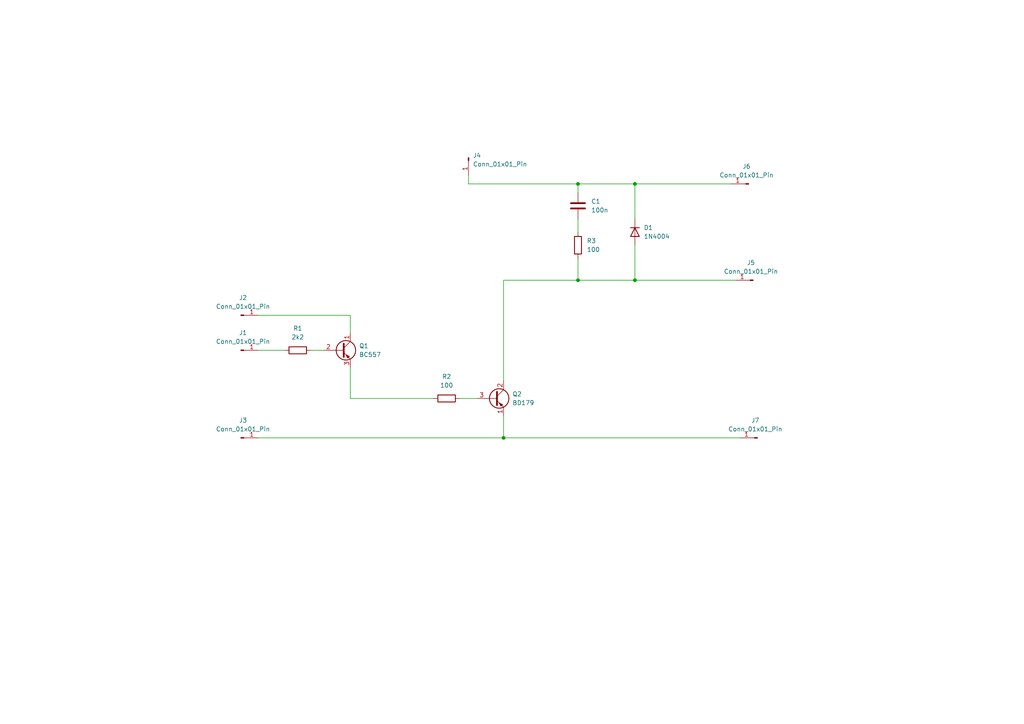
<source format=kicad_sch>
(kicad_sch (version 20250114) (generator "eeschema") (generator_version "9.0")
  (paper "A4")
  (lib_symbols
    (symbol "Connector:Conn_01x01_Pin" (pin_names (offset 1.016) (hide yes))
      (property "Reference" "J" (at 0 2.54 0))
      (property "Value" "Conn_01x01_Pin" (at 0 -2.54 0))
      (symbol "Conn_01x01_Pin_1_1"
        (rectangle (start 0.8636 0.127) (end 0 -0.127) (stroke (width 0.1524)) (fill (type outline)))
        (polyline (pts (xy 1.27 0) (xy 0.8636 0)) (stroke (width 0.1524)))
        (pin passive line (at 5.08 0 180) (length 3.81) (name "Pin_1") (number "1"))
      )
    )
    (symbol "Device:C" (pin_numbers (hide yes)) (pin_names (offset 0.254))
      (property "Reference" "C" (at 0.635 2.54 0))
      (property "Value" "C" (at 0.635 -2.54 0))
      (symbol "C_0_1"
        (polyline (pts (xy -2.032 0.762) (xy 2.032 0.762)) (stroke (width 0.508)))
        (polyline (pts (xy -2.032 -0.762) (xy 2.032 -0.762)) (stroke (width 0.508)))
      )
      (symbol "C_1_1"
        (pin passive line (at 0 3.81 270) (length 2.794) (name "~") (number "1"))
        (pin passive line (at 0 -3.81 90) (length 2.794) (name "~") (number "2"))
      )
    )
    (symbol "Device:R" (pin_numbers (hide yes)) (pin_names (offset 0))
      (property "Reference" "R" (at 2.032 0 90))
      (property "Value" "R" (at 0 0 90))
      (symbol "R_0_1"
        (rectangle (start -1.016 -2.54) (end 1.016 2.54) (stroke (width 0.254)))
      )
      (symbol "R_1_1"
        (pin passive line (at 0 3.81 270) (length 1.27) (name "~") (number "1"))
        (pin passive line (at 0 -3.81 90) (length 1.27) (name "~") (number "2"))
      )
    )
    (symbol "Diode:1N4004" (pin_numbers (hide yes)) (pin_names (hide yes))
      (property "Reference" "D" (at 0 2.54 0))
      (property "Value" "1N4004" (at 0 -2.54 0))
      (symbol "1N4004_0_1"
        (polyline (pts (xy -1.27 1.27) (xy -1.27 -1.27)) (stroke (width 0.254)))
        (polyline (pts (xy 1.27 1.27) (xy 1.27 -1.27) (xy -1.27 0) (xy 1.27 1.27)) (stroke (width 0.254)))
        (polyline (pts (xy 1.27 0) (xy -1.27 0)))
      )
      (symbol "1N4004_1_1"
        (pin passive line (at -3.81 0 0) (length 2.54) (name "K") (number "1"))
        (pin passive line (at 3.81 0 180) (length 2.54) (name "A") (number "2"))
      )
    )
    (symbol "Transistor_BJT:BC557" (pin_names (offset 0) (hide yes))
      (property "Reference" "Q" (at 5.08 1.905 0))
      (property "Value" "BC557" (at 5.08 0 0))
      (symbol "BC557_0_1"
        (polyline (pts (xy -2.54 0) (xy 0.635 0)))
        (polyline (pts (xy 0.635 1.905) (xy 0.635 -1.905)) (stroke (width 0.508)))
        (polyline (pts (xy 0.635 0.635) (xy 2.54 2.54)))
        (polyline (pts (xy 0.635 -0.635) (xy 2.54 -2.54)))
        (circle (center 1.27 0) (radius 2.8194) (stroke (width 0.254)))
        (polyline (pts (xy 2.286 -1.778) (xy 1.778 -2.286) (xy 1.27 -1.27) (xy 2.286 -1.778)) (fill (type outline)))
      )
      (symbol "BC557_1_1"
        (pin input line (at -5.08 0 0) (length 2.54) (name "B") (number "2"))
        (pin passive line (at 2.54 5.08 270) (length 2.54) (name "C") (number "1"))
        (pin passive line (at 2.54 -5.08 90) (length 2.54) (name "E") (number "3"))
      )
    )
    (symbol "Transistor_BJT:BD138" (pin_names (offset 0) (hide yes))
      (property "Reference" "Q" (at 5.08 1.905 0))
      (property "Value" "BD138" (at 5.08 0 0))
      (symbol "BD138_0_1"
        (polyline (pts (xy -2.54 0) (xy 0.635 0)))
        (polyline (pts (xy 0.635 1.905) (xy 0.635 -1.905)) (stroke (width 0.508)))
        (polyline (pts (xy 0.635 0.635) (xy 2.54 2.54)))
        (polyline (pts (xy 0.635 -0.635) (xy 2.54 -2.54)))
        (circle (center 1.27 0) (radius 2.8194) (stroke (width 0.254)))
        (polyline (pts (xy 2.286 -1.778) (xy 1.778 -2.286) (xy 1.27 -1.27) (xy 2.286 -1.778)) (fill (type outline)))
      )
      (symbol "BD138_1_1"
        (pin input line (at -5.08 0 0) (length 2.54) (name "B") (number "3"))
        (pin passive line (at 2.54 5.08 270) (length 2.54) (name "C") (number "2"))
        (pin passive line (at 2.54 -5.08 90) (length 2.54) (name "E") (number "1"))
      )
    )
  )
  (junction (at 146.05 127))
  (junction (at 184.15 53.34))
  (junction (at 184.15 81.28))
  (junction (at 167.64 53.34))
  (junction (at 167.64 81.28))
  (wire (pts (xy 167.64 63.5) (xy 167.64 67.31)))
  (wire (pts (xy 146.05 127) (xy 214.63 127)))
  (wire (pts (xy 74.93 91.44) (xy 101.6 91.44)))
  (wire (pts (xy 184.15 53.34) (xy 184.15 63.5)))
  (wire (pts (xy 184.15 53.34) (xy 212.09 53.34)))
  (wire (pts (xy 101.6 106.68) (xy 101.6 115.57)))
  (wire (pts (xy 146.05 110.49) (xy 146.05 81.28)))
  (wire (pts (xy 184.15 71.12) (xy 184.15 81.28)))
  (wire (pts (xy 167.64 53.34) (xy 184.15 53.34)))
  (wire (pts (xy 74.93 127) (xy 146.05 127)))
  (wire (pts (xy 167.64 55.88) (xy 167.64 53.34)))
  (wire (pts (xy 146.05 127) (xy 146.05 120.65)))
  (wire (pts (xy 90.17 101.6) (xy 93.98 101.6)))
  (wire (pts (xy 74.93 101.6) (xy 82.55 101.6)))
  (wire (pts (xy 167.64 74.93) (xy 167.64 81.28)))
  (wire (pts (xy 101.6 115.57) (xy 125.73 115.57)))
  (wire (pts (xy 167.64 81.28) (xy 184.15 81.28)))
  (wire (pts (xy 135.89 53.34) (xy 167.64 53.34)))
  (wire (pts (xy 135.89 53.34) (xy 135.89 50.8)))
  (wire (pts (xy 133.35 115.57) (xy 138.43 115.57)))
  (wire (pts (xy 146.05 81.28) (xy 167.64 81.28)))
  (wire (pts (xy 101.6 91.44) (xy 101.6 96.52)))
  (wire (pts (xy 184.15 81.28) (xy 213.36 81.28)))
  (symbol (lib_id "Connector:Conn_01x01_Pin") (at 135.89 45.72 270) (unit 1)
    (property "Reference" "J4" (at 137.16 45.0849 90) (effects (justify left)))
    (property "Value" "Conn_01x01_Pin" (at 137.16 47.6249 90) (effects (justify left)))
    (property "Description" "Generic connector, single row, 01x01, script generated" (effects (hide yes)))
  )
  (symbol (lib_id "Transistor_BJT:BD138") (at 143.51 115.57 0) (unit 1)
    (property "Reference" "Q2" (at 148.59 114.2999 0) (effects (justify left)))
    (property "Value" "BD179" (at 148.59 116.8399 0) (effects (justify left)))
    (property "Footprint" "Package_TO_SOT_THT:TO-126-3_Vertical" (effects (hide yes)))
    (property "Datasheet" "http://www.st.com/internet/com/TECHNICAL_RESOURCES/TECHNICAL_LITERATURE/DATASHEET/CD00001225.pdf" (effects (hide yes)))
    (property "Description" "1.5A Ic, 60V Vce, Low Voltage Transistor, TO-126" (effects (hide yes)))
  )
  (symbol (lib_id "Connector:Conn_01x01_Pin") (at 69.85 91.44 0) (unit 1)
    (property "Reference" "J2" (at 70.485 86.36 0))
    (property "Value" "Conn_01x01_Pin" (at 70.485 88.9 0))
    (property "Description" "Generic connector, single row, 01x01, script generated" (effects (hide yes)))
  )
  (symbol (lib_id "Connector:Conn_01x01_Pin") (at 219.71 127 180) (unit 1)
    (property "Reference" "J7" (at 219.075 121.92 0))
    (property "Value" "Conn_01x01_Pin" (at 219.075 124.46 0))
    (property "Description" "Generic connector, single row, 01x01, script generated" (effects (hide yes)))
  )
  (symbol (lib_id "Connector:Conn_01x01_Pin") (at 217.17 53.34 180) (unit 1)
    (property "Reference" "J6" (at 216.535 48.26 0))
    (property "Value" "Conn_01x01_Pin" (at 216.535 50.8 0))
    (property "Description" "Generic connector, single row, 01x01, script generated" (effects (hide yes)))
  )
  (symbol (lib_id "Connector:Conn_01x01_Pin") (at 69.85 127 0) (unit 1)
    (property "Reference" "J3" (at 70.485 121.92 0))
    (property "Value" "Conn_01x01_Pin" (at 70.485 124.46 0))
    (property "Description" "Generic connector, single row, 01x01, script generated" (effects (hide yes)))
  )
  (symbol (lib_id "Device:R") (at 86.36 101.6 90) (unit 1)
    (property "Reference" "R1" (at 86.36 95.25 90))
    (property "Value" "2k2" (at 86.36 97.79 90))
    (property "Description" "Resistor" (effects (hide yes)))
  )
  (symbol (lib_id "Device:R") (at 129.54 115.57 90) (unit 1)
    (property "Reference" "R2" (at 129.54 109.22 90))
    (property "Value" "100" (at 129.54 111.76 90))
    (property "Description" "Resistor" (effects (hide yes)))
  )
  (symbol (lib_id "Connector:Conn_01x01_Pin") (at 69.85 101.6 0) (unit 1)
    (property "Reference" "J1" (at 70.485 96.52 0))
    (property "Value" "Conn_01x01_Pin" (at 70.485 99.06 0))
    (property "Description" "Generic connector, single row, 01x01, script generated" (effects (hide yes)))
  )
  (symbol (lib_id "Transistor_BJT:BC557") (at 99.06 101.6 0) (unit 1)
    (property "Reference" "Q1" (at 104.14 100.3299 0) (effects (justify left)))
    (property "Value" "BC557" (at 104.14 102.8699 0) (effects (justify left)))
    (property "Footprint" "Package_TO_SOT_THT:TO-92_Inline" (effects (hide yes)))
    (property "Datasheet" "https://www.onsemi.com/pub/Collateral/BC556BTA-D.pdf" (effects (hide yes)))
    (property "Description" "0.1A Ic, 45V Vce, PNP Small Signal Transistor, TO-92" (effects (hide yes)))
  )
  (symbol (lib_id "Device:R") (at 167.64 71.12 0) (unit 1)
    (property "Reference" "R3" (at 170.18 69.8499 0) (effects (justify left)))
    (property "Value" "100" (at 170.18 72.3899 0) (effects (justify left)))
    (property "Description" "Resistor" (effects (hide yes)))
  )
  (symbol (lib_id "Connector:Conn_01x01_Pin") (at 218.44 81.28 180) (unit 1)
    (property "Reference" "J5" (at 217.805 76.2 0))
    (property "Value" "Conn_01x01_Pin" (at 217.805 78.74 0))
    (property "Description" "Generic connector, single row, 01x01, script generated" (effects (hide yes)))
  )
  (symbol (lib_id "Device:C") (at 167.64 59.69 0) (unit 1)
    (property "Reference" "C1" (at 171.45 58.4199 0) (effects (justify left)))
    (property "Value" "100n" (at 171.45 60.9599 0) (effects (justify left)))
    (property "Description" "Unpolarized capacitor" (effects (hide yes)))
  )
  (symbol (lib_id "Diode:1N4004") (at 184.15 67.31 270) (unit 1)
    (property "Reference" "D1" (at 186.69 66.0399 90) (effects (justify left)))
    (property "Value" "1N4004" (at 186.69 68.5799 90) (effects (justify left)))
    (property "Footprint" "Diode_THT:D_DO-41_SOD81_P10.16mm_Horizontal" (effects (hide yes)))
    (property "Datasheet" "http://www.vishay.com/docs/88503/1n4001.pdf" (effects (hide yes)))
    (property "Description" "400V 1A General Purpose Rectifier Diode, DO-41" (effects (hide yes)))
    (property "Sim.Device" "D" (effects (hide yes)))
    (property "Sim.Pins" "1=K 2=A" (effects (hide yes)))
  )
)
</source>
